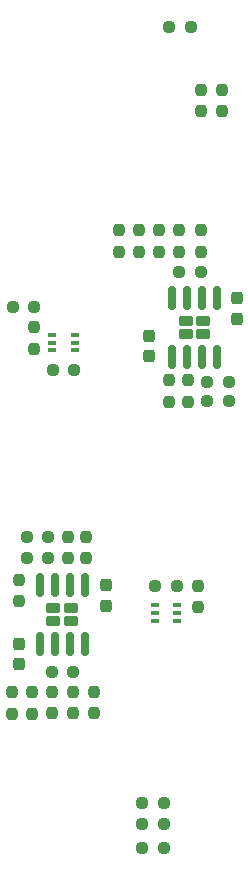
<source format=gbr>
%TF.GenerationSoftware,KiCad,Pcbnew,7.0.9*%
%TF.CreationDate,2024-11-09T18:40:38+13:00*%
%TF.ProjectId,VCA,5643412e-6b69-4636-9164-5f7063625858,rev?*%
%TF.SameCoordinates,Original*%
%TF.FileFunction,Paste,Bot*%
%TF.FilePolarity,Positive*%
%FSLAX46Y46*%
G04 Gerber Fmt 4.6, Leading zero omitted, Abs format (unit mm)*
G04 Created by KiCad (PCBNEW 7.0.9) date 2024-11-09 18:40:38*
%MOMM*%
%LPD*%
G01*
G04 APERTURE LIST*
G04 Aperture macros list*
%AMRoundRect*
0 Rectangle with rounded corners*
0 $1 Rounding radius*
0 $2 $3 $4 $5 $6 $7 $8 $9 X,Y pos of 4 corners*
0 Add a 4 corners polygon primitive as box body*
4,1,4,$2,$3,$4,$5,$6,$7,$8,$9,$2,$3,0*
0 Add four circle primitives for the rounded corners*
1,1,$1+$1,$2,$3*
1,1,$1+$1,$4,$5*
1,1,$1+$1,$6,$7*
1,1,$1+$1,$8,$9*
0 Add four rect primitives between the rounded corners*
20,1,$1+$1,$2,$3,$4,$5,0*
20,1,$1+$1,$4,$5,$6,$7,0*
20,1,$1+$1,$6,$7,$8,$9,0*
20,1,$1+$1,$8,$9,$2,$3,0*%
G04 Aperture macros list end*
%ADD10RoundRect,0.237500X0.237500X-0.250000X0.237500X0.250000X-0.237500X0.250000X-0.237500X-0.250000X0*%
%ADD11RoundRect,0.237500X-0.237500X0.300000X-0.237500X-0.300000X0.237500X-0.300000X0.237500X0.300000X0*%
%ADD12RoundRect,0.230000X-0.375000X0.230000X-0.375000X-0.230000X0.375000X-0.230000X0.375000X0.230000X0*%
%ADD13RoundRect,0.150000X-0.150000X0.825000X-0.150000X-0.825000X0.150000X-0.825000X0.150000X0.825000X0*%
%ADD14RoundRect,0.237500X-0.250000X-0.237500X0.250000X-0.237500X0.250000X0.237500X-0.250000X0.237500X0*%
%ADD15RoundRect,0.237500X-0.237500X0.250000X-0.237500X-0.250000X0.237500X-0.250000X0.237500X0.250000X0*%
%ADD16RoundRect,0.237500X0.250000X0.237500X-0.250000X0.237500X-0.250000X-0.237500X0.250000X-0.237500X0*%
%ADD17RoundRect,0.230000X0.375000X-0.230000X0.375000X0.230000X-0.375000X0.230000X-0.375000X-0.230000X0*%
%ADD18RoundRect,0.150000X0.150000X-0.825000X0.150000X0.825000X-0.150000X0.825000X-0.150000X-0.825000X0*%
%ADD19R,0.650000X0.400000*%
%ADD20RoundRect,0.237500X0.237500X-0.300000X0.237500X0.300000X-0.237500X0.300000X-0.237500X-0.300000X0*%
G04 APERTURE END LIST*
D10*
%TO.C,R20*%
X109000000Y-95862500D03*
X109000000Y-94037500D03*
%TD*%
D11*
%TO.C,C2*%
X102600000Y-89987500D03*
X102600000Y-91712500D03*
%TD*%
D10*
%TO.C,R14*%
X116900000Y-69512500D03*
X116900000Y-67687500D03*
%TD*%
D12*
%TO.C,U2*%
X107050000Y-86930000D03*
X105550000Y-86930000D03*
X107050000Y-88070000D03*
X105550000Y-88070000D03*
D13*
X104395000Y-85025000D03*
X105665000Y-85025000D03*
X106935000Y-85025000D03*
X108205000Y-85025000D03*
X108205000Y-89975000D03*
X106935000Y-89975000D03*
X105665000Y-89975000D03*
X104395000Y-89975000D03*
%TD*%
D14*
%TO.C,R28*%
X103287500Y-80950000D03*
X105112500Y-80950000D03*
%TD*%
D10*
%TO.C,R17*%
X102000000Y-95912500D03*
X102000000Y-94087500D03*
%TD*%
D15*
%TO.C,R29*%
X106800000Y-80937500D03*
X106800000Y-82762500D03*
%TD*%
%TO.C,R5*%
X111100000Y-54987500D03*
X111100000Y-56812500D03*
%TD*%
D14*
%TO.C,R1*%
X115337500Y-37750000D03*
X117162500Y-37750000D03*
%TD*%
%TO.C,R26*%
X113087500Y-105250000D03*
X114912500Y-105250000D03*
%TD*%
D10*
%TO.C,R21*%
X107200000Y-95862500D03*
X107200000Y-94037500D03*
%TD*%
D16*
%TO.C,R27*%
X114912500Y-103500000D03*
X113087500Y-103500000D03*
%TD*%
D17*
%TO.C,U1*%
X116750000Y-63770000D03*
X118250000Y-63770000D03*
X116750000Y-62630000D03*
X118250000Y-62630000D03*
D18*
X119405000Y-65675000D03*
X118135000Y-65675000D03*
X116865000Y-65675000D03*
X115595000Y-65675000D03*
X115595000Y-60725000D03*
X116865000Y-60725000D03*
X118135000Y-60725000D03*
X119405000Y-60725000D03*
%TD*%
D14*
%TO.C,R3*%
X116187500Y-58500000D03*
X118012500Y-58500000D03*
%TD*%
D15*
%TO.C,R6*%
X112800000Y-54987500D03*
X112800000Y-56812500D03*
%TD*%
D16*
%TO.C,R15*%
X120412500Y-67800000D03*
X118587500Y-67800000D03*
%TD*%
D14*
%TO.C,R25*%
X114187500Y-85100000D03*
X116012500Y-85100000D03*
%TD*%
D15*
%TO.C,R8*%
X103900000Y-63187500D03*
X103900000Y-65012500D03*
%TD*%
D16*
%TO.C,R9*%
X107312500Y-66800000D03*
X105487500Y-66800000D03*
%TD*%
%TO.C,R22*%
X107212500Y-92350000D03*
X105387500Y-92350000D03*
%TD*%
D19*
%TO.C,Q1*%
X107350000Y-63850000D03*
X107350000Y-64500000D03*
X107350000Y-65150000D03*
X105450000Y-65150000D03*
X105450000Y-64500000D03*
X105450000Y-63850000D03*
%TD*%
D11*
%TO.C,C3*%
X113600000Y-63937500D03*
X113600000Y-65662500D03*
%TD*%
D16*
%TO.C,R16*%
X103912500Y-61500000D03*
X102087500Y-61500000D03*
%TD*%
D15*
%TO.C,R4*%
X114500000Y-54987500D03*
X114500000Y-56812500D03*
%TD*%
D10*
%TO.C,R23*%
X117800000Y-86912500D03*
X117800000Y-85087500D03*
%TD*%
D15*
%TO.C,R24*%
X105400000Y-94037500D03*
X105400000Y-95862500D03*
%TD*%
D10*
%TO.C,R32*%
X102600000Y-86412500D03*
X102600000Y-84587500D03*
%TD*%
D20*
%TO.C,C4*%
X110000000Y-86762500D03*
X110000000Y-85037500D03*
%TD*%
D19*
%TO.C,Q2*%
X114150000Y-88050000D03*
X114150000Y-87400000D03*
X114150000Y-86750000D03*
X116050000Y-86750000D03*
X116050000Y-87400000D03*
X116050000Y-88050000D03*
%TD*%
D10*
%TO.C,R7*%
X118000000Y-56812500D03*
X118000000Y-54987500D03*
%TD*%
%TO.C,R11*%
X118000000Y-44912500D03*
X118000000Y-43087500D03*
%TD*%
D16*
%TO.C,R19*%
X114912500Y-107250000D03*
X113087500Y-107250000D03*
%TD*%
D11*
%TO.C,C1*%
X121100000Y-60737500D03*
X121100000Y-62462500D03*
%TD*%
D15*
%TO.C,R2*%
X116200000Y-54987500D03*
X116200000Y-56812500D03*
%TD*%
D10*
%TO.C,R18*%
X103700000Y-95912500D03*
X103700000Y-94087500D03*
%TD*%
D15*
%TO.C,R30*%
X108300000Y-80937500D03*
X108300000Y-82762500D03*
%TD*%
D16*
%TO.C,R12*%
X120412500Y-69400000D03*
X118587500Y-69400000D03*
%TD*%
D10*
%TO.C,R13*%
X115300000Y-69512500D03*
X115300000Y-67687500D03*
%TD*%
D14*
%TO.C,R31*%
X103287500Y-82750000D03*
X105112500Y-82750000D03*
%TD*%
D15*
%TO.C,R10*%
X119800000Y-43087500D03*
X119800000Y-44912500D03*
%TD*%
M02*

</source>
